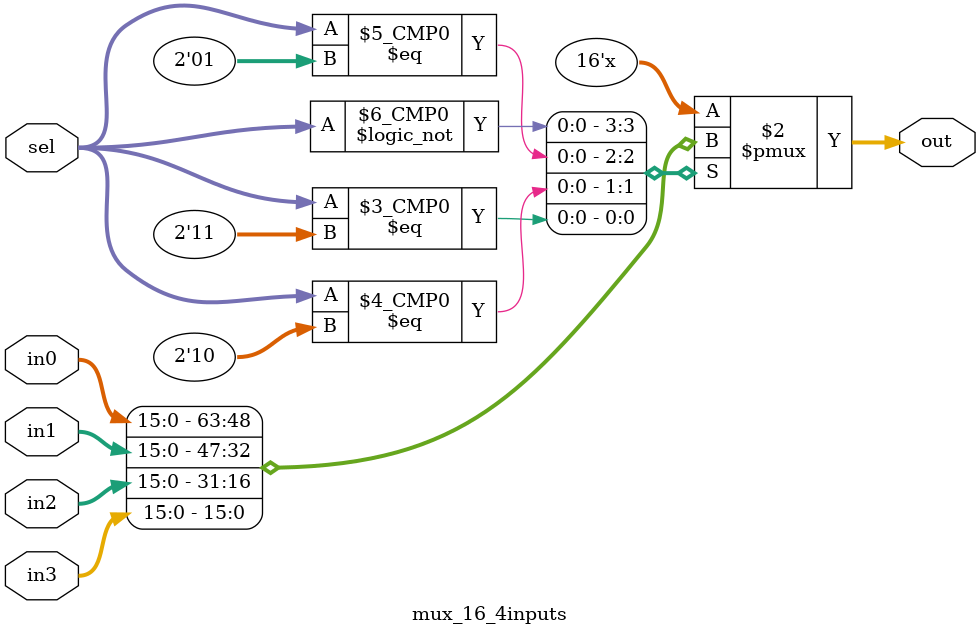
<source format=v>
module mux_16_4inputs (in0, in1, in2, in3, sel, out); 

input [15:0] in0; 
input [15:0] in1;
input [15:0] in2;
input [15:0] in3;  
input [1:0] sel;
output reg [15:0] out;

	always @(sel or in0 or in1 or in2 or in3 )
	begin
		case (sel)
			2'b00  : out <= in0;
			2'b01  : out <= in1;
			2'b10  : out <= in2;
			2'b11  : out <= in3;
			default : out <= 16'bXXXXXXXXXXXXXXXX; 
		endcase
	end

endmodule 
</source>
